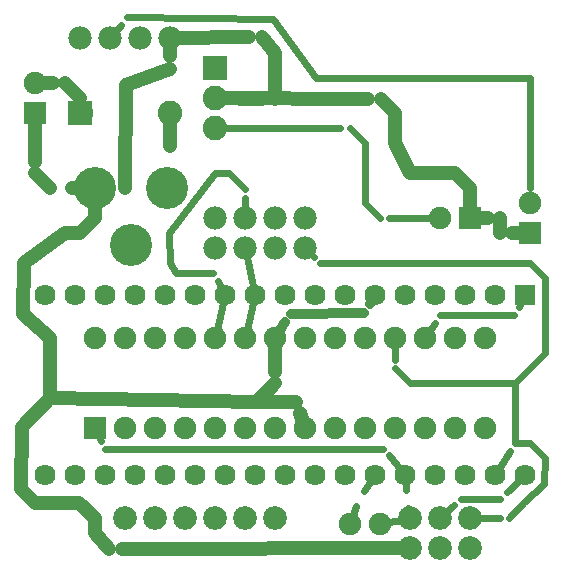
<source format=gtl>
G04 MADE WITH FRITZING*
G04 WWW.FRITZING.ORG*
G04 DOUBLE SIDED*
G04 HOLES PLATED*
G04 CONTOUR ON CENTER OF CONTOUR VECTOR*
%ASAXBY*%
%FSLAX23Y23*%
%MOIN*%
%OFA0B0*%
%SFA1.0B1.0*%
%ADD10C,0.078000*%
%ADD11C,0.075000*%
%ADD12C,0.079370*%
%ADD13C,0.070555*%
%ADD14C,0.070583*%
%ADD15C,0.082000*%
%ADD16C,0.140000*%
%ADD17R,0.075000X0.075000*%
%ADD18R,0.070542X0.070570*%
%ADD19R,0.082000X0.082000*%
%ADD20C,0.048000*%
%ADD21C,0.024000*%
%ADD22C,0.032000*%
%LNCOPPER1*%
G90*
G70*
G54D10*
X730Y1138D03*
X830Y1138D03*
X930Y1138D03*
X1030Y1138D03*
X730Y1138D03*
X830Y1138D03*
X930Y1138D03*
X1030Y1138D03*
X1030Y1238D03*
X930Y1238D03*
X830Y1238D03*
X730Y1238D03*
G54D11*
X1780Y1188D03*
X1780Y1288D03*
X1580Y1238D03*
X1480Y1238D03*
G54D12*
X430Y238D03*
X530Y238D03*
X630Y238D03*
X730Y238D03*
X830Y238D03*
X930Y238D03*
G54D13*
X1765Y984D03*
X1665Y984D03*
X1565Y984D03*
X1465Y984D03*
X1365Y984D03*
X1265Y984D03*
X1165Y984D03*
X1065Y984D03*
X965Y984D03*
G54D14*
X865Y984D03*
X765Y984D03*
X665Y984D03*
G54D13*
X565Y984D03*
X465Y984D03*
G54D14*
X365Y984D03*
X265Y984D03*
X165Y984D03*
G54D13*
X1765Y384D03*
X1665Y384D03*
X1565Y384D03*
X1465Y384D03*
X1365Y384D03*
X1265Y384D03*
X965Y384D03*
G54D14*
X865Y384D03*
G54D13*
X1065Y384D03*
X1165Y384D03*
G54D14*
X765Y384D03*
X665Y384D03*
G54D13*
X565Y384D03*
X465Y384D03*
G54D14*
X365Y384D03*
X265Y384D03*
X165Y384D03*
G54D15*
X730Y1738D03*
X730Y1638D03*
X730Y1538D03*
X282Y1588D03*
X580Y1588D03*
G54D11*
X330Y538D03*
X330Y838D03*
X430Y538D03*
X430Y838D03*
X530Y538D03*
X530Y838D03*
X630Y538D03*
X630Y838D03*
X730Y538D03*
X730Y838D03*
X830Y538D03*
X830Y838D03*
X930Y538D03*
X930Y838D03*
X1030Y538D03*
X1030Y838D03*
X1130Y538D03*
X1130Y838D03*
X1230Y538D03*
X1230Y838D03*
X1330Y538D03*
X1330Y838D03*
X1430Y538D03*
X1430Y838D03*
X1530Y538D03*
X1530Y838D03*
X1630Y538D03*
X1630Y838D03*
X1280Y221D03*
X1180Y221D03*
G54D10*
X280Y1838D03*
X380Y1838D03*
X480Y1838D03*
X580Y1838D03*
G54D12*
X1380Y138D03*
X1480Y138D03*
X1580Y138D03*
X1380Y138D03*
X1480Y138D03*
X1580Y138D03*
X1580Y238D03*
X1480Y238D03*
X1380Y238D03*
G54D16*
X570Y1338D03*
X330Y1338D03*
X450Y1148D03*
G54D11*
X130Y1588D03*
X130Y1688D03*
G54D17*
X1780Y1188D03*
X1580Y1238D03*
G54D18*
X1765Y984D03*
G54D19*
X730Y1738D03*
X281Y1588D03*
G54D17*
X330Y538D03*
X130Y1588D03*
G54D20*
X1720Y1189D02*
X1780Y1188D01*
D02*
X1680Y1239D02*
X1680Y1190D01*
D02*
X1580Y1238D02*
X1640Y1238D01*
D02*
X1012Y589D02*
X1030Y538D01*
D02*
X870Y627D02*
X1000Y627D01*
D02*
X581Y1778D02*
X580Y1838D01*
D02*
X844Y1843D02*
X580Y1838D01*
D02*
X433Y1684D02*
X581Y1737D01*
D02*
X358Y1338D02*
X330Y1338D01*
D02*
X930Y1788D02*
X886Y1843D01*
D02*
X930Y1636D02*
X930Y1788D01*
D02*
X730Y1638D02*
X887Y1636D01*
D02*
X433Y1684D02*
X430Y1338D01*
G54D21*
D02*
X858Y1013D02*
X837Y1109D01*
D02*
X1080Y1088D02*
X1780Y1088D01*
D02*
X1780Y1088D02*
X1830Y1038D01*
D02*
X1714Y463D02*
X1665Y384D01*
D02*
X1730Y688D02*
X1730Y488D01*
D02*
X1830Y1038D02*
X1830Y788D01*
D02*
X1830Y788D02*
X1730Y688D01*
D02*
X1309Y1238D02*
X1480Y1238D01*
D02*
X1180Y1538D02*
X1230Y1488D01*
D02*
X730Y1538D02*
X1148Y1538D01*
D02*
X1230Y1488D02*
X1230Y1288D01*
D02*
X1230Y1288D02*
X1280Y1238D01*
G54D20*
D02*
X730Y1638D02*
X1239Y1636D01*
D02*
X1580Y1338D02*
X1580Y1238D01*
D02*
X1330Y1588D02*
X1330Y1488D01*
D02*
X1330Y1488D02*
X1380Y1388D01*
D02*
X1530Y1388D02*
X1580Y1338D01*
D02*
X1380Y1388D02*
X1530Y1388D01*
D02*
X1282Y1636D02*
X1330Y1588D01*
D02*
X573Y1366D02*
X570Y1338D01*
D02*
X580Y1588D02*
X580Y1481D01*
G54D21*
D02*
X830Y1306D02*
X830Y1238D01*
D02*
X600Y1057D02*
X580Y1088D01*
D02*
X578Y1188D02*
X730Y1388D01*
G54D20*
D02*
X180Y838D02*
X91Y918D01*
D02*
X91Y918D02*
X94Y1090D01*
G54D21*
D02*
X730Y1388D02*
X778Y1388D01*
D02*
X778Y1388D02*
X830Y1336D01*
G54D20*
D02*
X180Y638D02*
X180Y838D01*
G54D21*
D02*
X1680Y238D02*
X1580Y238D01*
D02*
X1780Y488D02*
X1830Y438D01*
D02*
X1761Y293D02*
X1711Y238D01*
D02*
X1827Y354D02*
X1761Y293D01*
D02*
X1830Y438D02*
X1827Y354D01*
D02*
X1730Y488D02*
X1780Y488D01*
D02*
X1665Y384D02*
X1714Y463D01*
D02*
X1680Y304D02*
X1550Y304D01*
D02*
X1527Y283D02*
X1480Y238D01*
D02*
X1765Y384D02*
X1702Y325D01*
D02*
X1366Y332D02*
X1365Y384D01*
D02*
X1380Y238D02*
X1373Y272D01*
G54D20*
D02*
X278Y288D02*
X330Y238D01*
D02*
X870Y627D02*
X180Y638D01*
D02*
X930Y838D02*
X930Y727D01*
D02*
X180Y638D02*
X86Y543D01*
D02*
X930Y688D02*
X870Y627D01*
D02*
X86Y543D02*
X82Y336D01*
D02*
X420Y136D02*
X1380Y138D01*
D02*
X330Y238D02*
X330Y188D01*
D02*
X330Y188D02*
X378Y136D01*
D02*
X130Y288D02*
X278Y288D01*
D02*
X82Y336D02*
X130Y288D01*
G54D21*
D02*
X600Y1057D02*
X725Y1057D01*
D02*
X739Y1031D02*
X765Y984D01*
G54D20*
D02*
X330Y1238D02*
X330Y1338D01*
D02*
X280Y1188D02*
X330Y1238D01*
D02*
X94Y1090D02*
X230Y1188D01*
D02*
X230Y1188D02*
X280Y1188D01*
G54D21*
D02*
X1059Y1109D02*
X1030Y1138D01*
D02*
X364Y471D02*
X1291Y471D01*
D02*
X330Y538D02*
X351Y497D01*
D02*
X1311Y448D02*
X1365Y384D01*
D02*
X1727Y915D02*
X1480Y915D01*
D02*
X1465Y891D02*
X1430Y838D01*
D02*
X1765Y984D02*
X1742Y942D01*
D02*
X737Y867D02*
X758Y956D01*
D02*
X858Y956D02*
X837Y867D01*
D02*
X1380Y688D02*
X1330Y738D01*
D02*
X1730Y688D02*
X1380Y688D01*
D02*
X1330Y766D02*
X1330Y838D01*
D02*
X1201Y280D02*
X1180Y221D01*
D02*
X1265Y384D02*
X1228Y331D01*
D02*
X1352Y233D02*
X1311Y226D01*
G54D22*
D02*
X983Y921D02*
X1227Y924D01*
D02*
X930Y838D02*
X965Y892D01*
D02*
X1246Y954D02*
X1265Y984D01*
G54D21*
D02*
X1066Y1707D02*
X925Y1904D01*
D02*
X925Y1904D02*
X437Y1908D01*
D02*
X1780Y1288D02*
X1780Y1309D01*
D02*
X1780Y1707D02*
X1066Y1707D01*
D02*
X1780Y1338D02*
X1780Y1707D01*
D02*
X418Y1884D02*
X380Y1838D01*
D02*
X580Y1088D02*
X578Y1188D01*
G54D20*
D02*
X282Y1595D02*
X282Y1588D01*
D02*
X230Y1688D02*
X280Y1638D01*
D02*
X130Y1688D02*
X191Y1688D01*
D02*
X180Y1338D02*
X130Y1388D01*
D02*
X130Y1427D02*
X130Y1588D01*
D02*
X330Y1338D02*
X252Y1338D01*
G04 End of Copper1*
M02*
</source>
